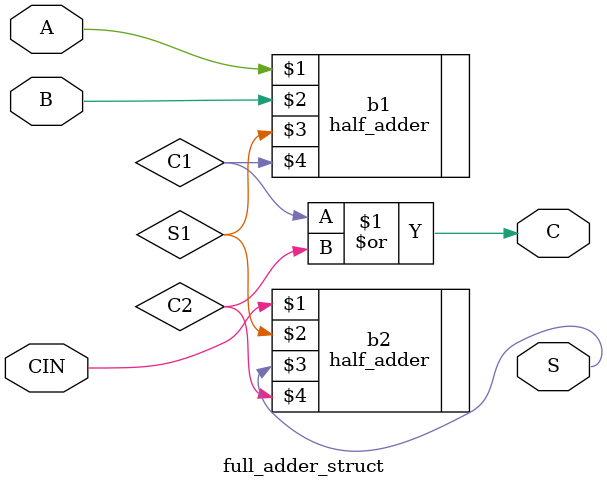
<source format=v>
module full_adder_struct (A,B,CIN,S,C);
input A,B,CIN;
output S,C;
wire S1,C1,C2;

half_adder b1 (A,B,S1,C1);
half_adder b2 (CIN,S1,S,C2);
or (C, C1,C2);

endmodule 
</source>
